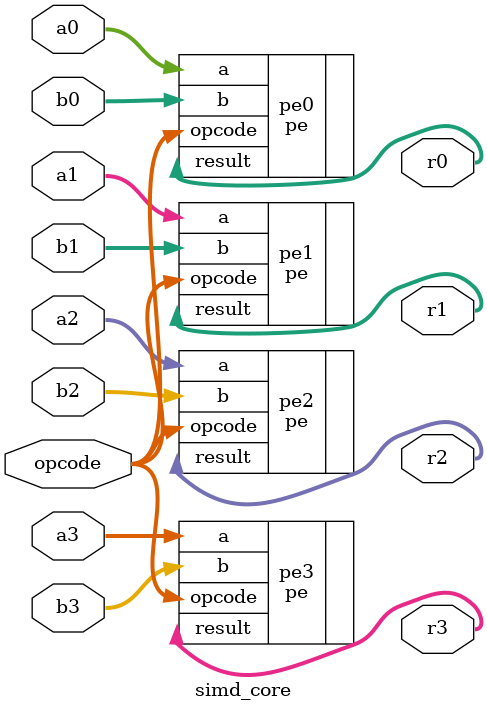
<source format=v>
module simd_core (
    input  wire [1:0] opcode,

    input  wire [7:0] a0, b0,
    input  wire [7:0] a1, b1,
    input  wire [7:0] a2, b2,
    input  wire [7:0] a3, b3,

    output wire [15:0] r0,
    output wire [15:0] r1,
    output wire [15:0] r2,
    output wire [15:0] r3
);

pe pe0 (.a(a0), .b(b0), .opcode(opcode), .result(r0));
pe pe1 (.a(a1), .b(b1), .opcode(opcode), .result(r1));
pe pe2 (.a(a2), .b(b2), .opcode(opcode), .result(r2));
pe pe3 (.a(a3), .b(b3), .opcode(opcode), .result(r3));

endmodule

</source>
